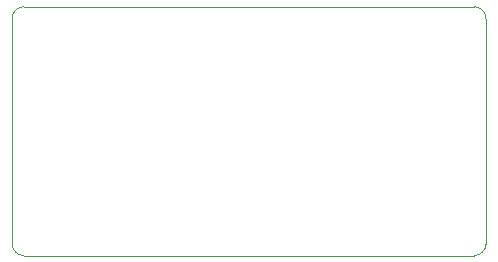
<source format=gbr>
%TF.GenerationSoftware,Altium Limited,Altium Designer,20.2.3 (150)*%
G04 Layer_Color=0*
%FSLAX26Y26*%
%MOIN*%
%TF.SameCoordinates,27716F98-0B22-40FE-96F5-AA6DB086EB47*%
%TF.FilePolarity,Positive*%
%TF.FileFunction,Profile,NP*%
%TF.Part,Single*%
G01*
G75*
%TA.AperFunction,Profile*%
%ADD70C,0.001000*%
D70*
X1910000Y1380000D02*
G03*
X1950000Y1340000I40000J0D01*
G01*
Y1340000D01*
X3450000Y1340000D01*
D02*
G03*
X3490000Y1380000I0J40000D01*
G01*
Y2130000D01*
D02*
G03*
X3450000Y2170000I-40000J0D01*
G01*
X3090000D01*
X1950000Y2170000D01*
Y2170000D01*
D02*
G03*
X1910000Y2130000I0J-40000D01*
G01*
Y1380000D01*
%TF.MD5,782c5b6edfbcd8decdfb6f3b96c04897*%
M02*

</source>
